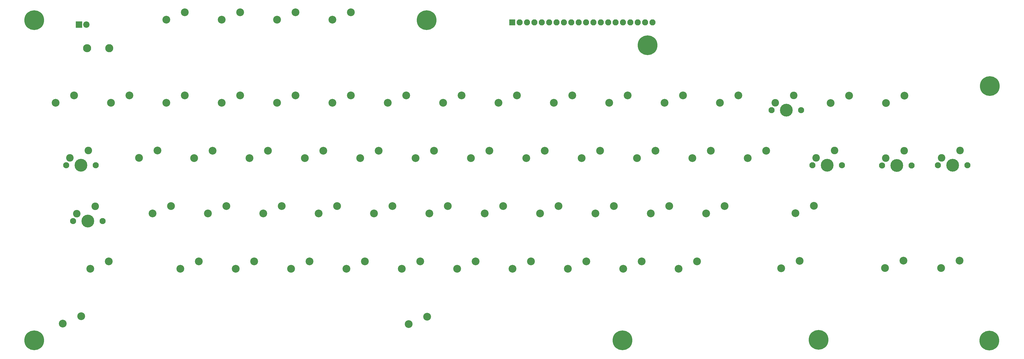
<source format=gbr>
G04 #@! TF.GenerationSoftware,KiCad,Pcbnew,(5.1.5)-3*
G04 #@! TF.CreationDate,2020-11-27T12:25:16-06:00*
G04 #@! TF.ProjectId,vic2020keyboard,76696332-3032-4306-9b65-79626f617264,rev?*
G04 #@! TF.SameCoordinates,Original*
G04 #@! TF.FileFunction,Soldermask,Bot*
G04 #@! TF.FilePolarity,Negative*
%FSLAX46Y46*%
G04 Gerber Fmt 4.6, Leading zero omitted, Abs format (unit mm)*
G04 Created by KiCad (PCBNEW (5.1.5)-3) date 2020-11-27 12:25:16*
%MOMM*%
%LPD*%
G04 APERTURE LIST*
%ADD10C,2.100000*%
%ADD11C,4.400000*%
%ADD12C,2.600000*%
%ADD13O,2.800000X2.800000*%
%ADD14C,2.800000*%
%ADD15C,2.200000*%
%ADD16R,2.200000X2.200000*%
%ADD17C,6.800000*%
%ADD18C,2.686000*%
%ADD19O,2.100000X2.100000*%
%ADD20R,2.100000X2.100000*%
G04 APERTURE END LIST*
D10*
X319440000Y-143480000D03*
X309280000Y-143480000D03*
D11*
X314360000Y-143480000D03*
D12*
X310550000Y-140940000D03*
X316900000Y-138400000D03*
D10*
X65040000Y-162680000D03*
X54880000Y-162680000D03*
D11*
X59960000Y-162680000D03*
D12*
X56150000Y-160140000D03*
X62500000Y-157600000D03*
D10*
X62640000Y-143480000D03*
X52480000Y-143480000D03*
D11*
X57560000Y-143480000D03*
D12*
X53750000Y-140940000D03*
X60100000Y-138400000D03*
D13*
X59690000Y-103124000D03*
D14*
X67310000Y-103124000D03*
D15*
X59436000Y-94996000D03*
D16*
X56896000Y-94996000D03*
D17*
X176530000Y-93472000D03*
X252603000Y-102108000D03*
X41529000Y-203708000D03*
X311404000Y-203581000D03*
X41529000Y-93472000D03*
X243967000Y-203708000D03*
X370205000Y-203835000D03*
X370332000Y-116205000D03*
D10*
X305435000Y-124460000D03*
X295275000Y-124460000D03*
D11*
X300355000Y-124460000D03*
D12*
X296545000Y-121920000D03*
X302895000Y-119380000D03*
D18*
X321945000Y-119507000D03*
X315595000Y-122047000D03*
D19*
X254254000Y-94234000D03*
X251714000Y-94234000D03*
X249174000Y-94234000D03*
X246634000Y-94234000D03*
X244094000Y-94234000D03*
X241554000Y-94234000D03*
X239014000Y-94234000D03*
X236474000Y-94234000D03*
X233934000Y-94234000D03*
X231394000Y-94234000D03*
X228854000Y-94234000D03*
X226314000Y-94234000D03*
X223774000Y-94234000D03*
X221234000Y-94234000D03*
X218694000Y-94234000D03*
X216154000Y-94234000D03*
X213614000Y-94234000D03*
X211074000Y-94234000D03*
X208534000Y-94234000D03*
D20*
X205994000Y-94234000D03*
D10*
X362640000Y-143480000D03*
X352480000Y-143480000D03*
D11*
X357560000Y-143480000D03*
D12*
X353750000Y-140940000D03*
X360100000Y-138400000D03*
D10*
X343440000Y-143580000D03*
X333280000Y-143580000D03*
D11*
X338360000Y-143580000D03*
D12*
X334550000Y-141040000D03*
X340900000Y-138500000D03*
D18*
X245745000Y-119380000D03*
X239395000Y-121920000D03*
X74295000Y-119380000D03*
X67945000Y-121920000D03*
X93345000Y-119380000D03*
X86995000Y-121920000D03*
X112395000Y-119380000D03*
X106045000Y-121920000D03*
X131445000Y-119380000D03*
X125095000Y-121920000D03*
X150495000Y-119380000D03*
X144145000Y-121920000D03*
X169545000Y-119380000D03*
X163195000Y-121920000D03*
X188595000Y-119380000D03*
X182245000Y-121920000D03*
X207645000Y-119380000D03*
X201295000Y-121920000D03*
X226695000Y-119380000D03*
X220345000Y-121920000D03*
X264740000Y-119420000D03*
X258390000Y-121960000D03*
X283845000Y-119380000D03*
X277495000Y-121920000D03*
X274320000Y-138430000D03*
X267970000Y-140970000D03*
X293370000Y-138430000D03*
X287020000Y-140970000D03*
X260032000Y-157480000D03*
X253682000Y-160020000D03*
X279082000Y-157480000D03*
X272732000Y-160020000D03*
X55245000Y-119380000D03*
X48895000Y-121920000D03*
X231458000Y-176530000D03*
X225108000Y-179070000D03*
X250508000Y-176530000D03*
X244158000Y-179070000D03*
X269558000Y-176530000D03*
X263208000Y-179070000D03*
X88582500Y-157480000D03*
X82232500Y-160020000D03*
X174308000Y-176530000D03*
X167958000Y-179070000D03*
X136208000Y-176530000D03*
X129858000Y-179070000D03*
X126682000Y-157480000D03*
X120332000Y-160020000D03*
X121920000Y-138430000D03*
X115570000Y-140970000D03*
X145732000Y-157480000D03*
X139382000Y-160020000D03*
X164782000Y-157480000D03*
X158432000Y-160020000D03*
X183832000Y-157480000D03*
X177482000Y-160020000D03*
X217170000Y-138430000D03*
X210820000Y-140970000D03*
X202882000Y-157480000D03*
X196532000Y-160020000D03*
X221932000Y-157480000D03*
X215582000Y-160020000D03*
X240982000Y-157480000D03*
X234632000Y-160020000D03*
X212408000Y-176530000D03*
X206058000Y-179070000D03*
X193358000Y-176530000D03*
X187008000Y-179070000D03*
X236220000Y-138430000D03*
X229870000Y-140970000D03*
X255270000Y-138430000D03*
X248920000Y-140970000D03*
X83940000Y-138420000D03*
X77590000Y-140960000D03*
X140970000Y-138430000D03*
X134620000Y-140970000D03*
X107632000Y-157480000D03*
X101282000Y-160020000D03*
X160020000Y-138430000D03*
X153670000Y-140970000D03*
X198120000Y-138430000D03*
X191770000Y-140970000D03*
X155258000Y-176530000D03*
X148908000Y-179070000D03*
X102870000Y-138430000D03*
X96520000Y-140970000D03*
X117158000Y-176530000D03*
X110808000Y-179070000D03*
X179070000Y-138430000D03*
X172720000Y-140970000D03*
X98107500Y-176530000D03*
X91757500Y-179070000D03*
X67151200Y-176530000D03*
X60801200Y-179070000D03*
X57658000Y-195453000D03*
X51308000Y-197993000D03*
X93345000Y-90805000D03*
X86995000Y-93345000D03*
X112395000Y-90805000D03*
X106045000Y-93345000D03*
X131445000Y-90805000D03*
X125095000Y-93345000D03*
X150495000Y-90805000D03*
X144145000Y-93345000D03*
X309840000Y-157420000D03*
X303490000Y-159960000D03*
X176689000Y-195580000D03*
X170339000Y-198120000D03*
X340940000Y-119507000D03*
X334590000Y-122047000D03*
X359918000Y-176276000D03*
X353568000Y-178816000D03*
X340614000Y-176276000D03*
X334264000Y-178816000D03*
X304927000Y-176403000D03*
X298577000Y-178943000D03*
M02*

</source>
